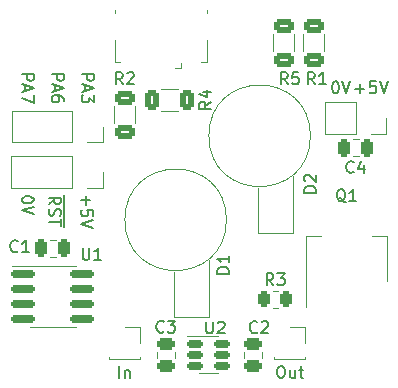
<source format=gto>
%TF.GenerationSoftware,KiCad,Pcbnew,(6.0.2)*%
%TF.CreationDate,2022-12-08T21:29:48-08:00*%
%TF.ProjectId,touch_sensor_light,746f7563-685f-4736-956e-736f725f6c69,rev?*%
%TF.SameCoordinates,Original*%
%TF.FileFunction,Legend,Top*%
%TF.FilePolarity,Positive*%
%FSLAX46Y46*%
G04 Gerber Fmt 4.6, Leading zero omitted, Abs format (unit mm)*
G04 Created by KiCad (PCBNEW (6.0.2)) date 2022-12-08 21:29:48*
%MOMM*%
%LPD*%
G01*
G04 APERTURE LIST*
G04 Aperture macros list*
%AMRoundRect*
0 Rectangle with rounded corners*
0 $1 Rounding radius*
0 $2 $3 $4 $5 $6 $7 $8 $9 X,Y pos of 4 corners*
0 Add a 4 corners polygon primitive as box body*
4,1,4,$2,$3,$4,$5,$6,$7,$8,$9,$2,$3,0*
0 Add four circle primitives for the rounded corners*
1,1,$1+$1,$2,$3*
1,1,$1+$1,$4,$5*
1,1,$1+$1,$6,$7*
1,1,$1+$1,$8,$9*
0 Add four rect primitives between the rounded corners*
20,1,$1+$1,$2,$3,$4,$5,0*
20,1,$1+$1,$4,$5,$6,$7,0*
20,1,$1+$1,$6,$7,$8,$9,0*
20,1,$1+$1,$8,$9,$2,$3,0*%
G04 Aperture macros list end*
%ADD10C,0.150000*%
%ADD11C,0.120000*%
%ADD12RoundRect,0.250000X0.250000X0.475000X-0.250000X0.475000X-0.250000X-0.475000X0.250000X-0.475000X0*%
%ADD13R,1.700000X1.700000*%
%ADD14R,1.500000X2.000000*%
%ADD15R,3.800000X2.000000*%
%ADD16O,1.700000X1.700000*%
%ADD17RoundRect,0.250000X-0.625000X0.312500X-0.625000X-0.312500X0.625000X-0.312500X0.625000X0.312500X0*%
%ADD18C,2.200000*%
%ADD19RoundRect,0.250000X0.312500X0.625000X-0.312500X0.625000X-0.312500X-0.625000X0.312500X-0.625000X0*%
%ADD20RoundRect,0.150000X-0.825000X-0.150000X0.825000X-0.150000X0.825000X0.150000X-0.825000X0.150000X0*%
%ADD21R,0.400000X1.350000*%
%ADD22C,1.450000*%
%ADD23O,1.200000X1.900000*%
%ADD24R,1.200000X1.900000*%
%ADD25R,1.500000X1.900000*%
%ADD26R,2.700000X3.500000*%
%ADD27C,5.700000*%
%ADD28RoundRect,0.250000X-0.250000X-0.475000X0.250000X-0.475000X0.250000X0.475000X-0.250000X0.475000X0*%
%ADD29RoundRect,0.250000X-0.475000X0.250000X-0.475000X-0.250000X0.475000X-0.250000X0.475000X0.250000X0*%
%ADD30RoundRect,0.150000X-0.512500X-0.150000X0.512500X-0.150000X0.512500X0.150000X-0.512500X0.150000X0*%
%ADD31RoundRect,0.250000X-0.262500X-0.450000X0.262500X-0.450000X0.262500X0.450000X-0.262500X0.450000X0*%
%ADD32RoundRect,0.250000X0.475000X-0.250000X0.475000X0.250000X-0.475000X0.250000X-0.475000X-0.250000X0*%
G04 APERTURE END LIST*
D10*
X133381809Y-53554380D02*
X133477047Y-53554380D01*
X133572285Y-53602000D01*
X133619904Y-53649619D01*
X133667523Y-53744857D01*
X133715142Y-53935333D01*
X133715142Y-54173428D01*
X133667523Y-54363904D01*
X133619904Y-54459142D01*
X133572285Y-54506761D01*
X133477047Y-54554380D01*
X133381809Y-54554380D01*
X133286571Y-54506761D01*
X133238952Y-54459142D01*
X133191333Y-54363904D01*
X133143714Y-54173428D01*
X133143714Y-53935333D01*
X133191333Y-53744857D01*
X133238952Y-53649619D01*
X133286571Y-53602000D01*
X133381809Y-53554380D01*
X134000857Y-53554380D02*
X134334190Y-54554380D01*
X134667523Y-53554380D01*
X112256071Y-63230285D02*
X112256071Y-63992190D01*
X111875119Y-63611238D02*
X112637023Y-63611238D01*
X112875119Y-64944571D02*
X112875119Y-64468380D01*
X112398928Y-64420761D01*
X112446547Y-64468380D01*
X112494166Y-64563619D01*
X112494166Y-64801714D01*
X112446547Y-64896952D01*
X112398928Y-64944571D01*
X112303690Y-64992190D01*
X112065595Y-64992190D01*
X111970357Y-64944571D01*
X111922738Y-64896952D01*
X111875119Y-64801714D01*
X111875119Y-64563619D01*
X111922738Y-64468380D01*
X111970357Y-64420761D01*
X112875119Y-65277904D02*
X111875119Y-65611238D01*
X112875119Y-65944571D01*
X110431000Y-63158857D02*
X110431000Y-64158857D01*
X109148619Y-63968380D02*
X109624809Y-63635047D01*
X109148619Y-63396952D02*
X110148619Y-63396952D01*
X110148619Y-63777904D01*
X110101000Y-63873142D01*
X110053380Y-63920761D01*
X109958142Y-63968380D01*
X109815285Y-63968380D01*
X109720047Y-63920761D01*
X109672428Y-63873142D01*
X109624809Y-63777904D01*
X109624809Y-63396952D01*
X110431000Y-64158857D02*
X110431000Y-65111238D01*
X109196238Y-64349333D02*
X109148619Y-64492190D01*
X109148619Y-64730285D01*
X109196238Y-64825523D01*
X109243857Y-64873142D01*
X109339095Y-64920761D01*
X109434333Y-64920761D01*
X109529571Y-64873142D01*
X109577190Y-64825523D01*
X109624809Y-64730285D01*
X109672428Y-64539809D01*
X109720047Y-64444571D01*
X109767666Y-64396952D01*
X109862904Y-64349333D01*
X109958142Y-64349333D01*
X110053380Y-64396952D01*
X110101000Y-64444571D01*
X110148619Y-64539809D01*
X110148619Y-64777904D01*
X110101000Y-64920761D01*
X110431000Y-65111238D02*
X110431000Y-65873142D01*
X110148619Y-65206476D02*
X110148619Y-65777904D01*
X109148619Y-65492190D02*
X110148619Y-65492190D01*
X109402619Y-52935333D02*
X110402619Y-52935333D01*
X110402619Y-53316285D01*
X110355000Y-53411523D01*
X110307380Y-53459142D01*
X110212142Y-53506761D01*
X110069285Y-53506761D01*
X109974047Y-53459142D01*
X109926428Y-53411523D01*
X109878809Y-53316285D01*
X109878809Y-52935333D01*
X109688333Y-53887714D02*
X109688333Y-54363904D01*
X109402619Y-53792476D02*
X110402619Y-54125809D01*
X109402619Y-54459142D01*
X110402619Y-55221047D02*
X110402619Y-55030571D01*
X110355000Y-54935333D01*
X110307380Y-54887714D01*
X110164523Y-54792476D01*
X109974047Y-54744857D01*
X109593095Y-54744857D01*
X109497857Y-54792476D01*
X109450238Y-54840095D01*
X109402619Y-54935333D01*
X109402619Y-55125809D01*
X109450238Y-55221047D01*
X109497857Y-55268666D01*
X109593095Y-55316285D01*
X109831190Y-55316285D01*
X109926428Y-55268666D01*
X109974047Y-55221047D01*
X110021666Y-55125809D01*
X110021666Y-54935333D01*
X109974047Y-54840095D01*
X109926428Y-54792476D01*
X109831190Y-54744857D01*
X135112285Y-54173428D02*
X135874190Y-54173428D01*
X135493238Y-54554380D02*
X135493238Y-53792476D01*
X136826571Y-53554380D02*
X136350380Y-53554380D01*
X136302761Y-54030571D01*
X136350380Y-53982952D01*
X136445619Y-53935333D01*
X136683714Y-53935333D01*
X136778952Y-53982952D01*
X136826571Y-54030571D01*
X136874190Y-54125809D01*
X136874190Y-54363904D01*
X136826571Y-54459142D01*
X136778952Y-54506761D01*
X136683714Y-54554380D01*
X136445619Y-54554380D01*
X136350380Y-54506761D01*
X136302761Y-54459142D01*
X137159904Y-53554380D02*
X137493238Y-54554380D01*
X137826571Y-53554380D01*
X107862619Y-63531809D02*
X107862619Y-63627047D01*
X107815000Y-63722285D01*
X107767380Y-63769904D01*
X107672142Y-63817523D01*
X107481666Y-63865142D01*
X107243571Y-63865142D01*
X107053095Y-63817523D01*
X106957857Y-63769904D01*
X106910238Y-63722285D01*
X106862619Y-63627047D01*
X106862619Y-63531809D01*
X106910238Y-63436571D01*
X106957857Y-63388952D01*
X107053095Y-63341333D01*
X107243571Y-63293714D01*
X107481666Y-63293714D01*
X107672142Y-63341333D01*
X107767380Y-63388952D01*
X107815000Y-63436571D01*
X107862619Y-63531809D01*
X107862619Y-64150857D02*
X106862619Y-64484190D01*
X107862619Y-64817523D01*
X115117619Y-78658980D02*
X115117619Y-77658980D01*
X115593809Y-77992314D02*
X115593809Y-78658980D01*
X115593809Y-78087552D02*
X115641428Y-78039933D01*
X115736666Y-77992314D01*
X115879523Y-77992314D01*
X115974761Y-78039933D01*
X116022380Y-78135171D01*
X116022380Y-78658980D01*
X106862619Y-52935333D02*
X107862619Y-52935333D01*
X107862619Y-53316285D01*
X107815000Y-53411523D01*
X107767380Y-53459142D01*
X107672142Y-53506761D01*
X107529285Y-53506761D01*
X107434047Y-53459142D01*
X107386428Y-53411523D01*
X107338809Y-53316285D01*
X107338809Y-52935333D01*
X107148333Y-53887714D02*
X107148333Y-54363904D01*
X106862619Y-53792476D02*
X107862619Y-54125809D01*
X106862619Y-54459142D01*
X107862619Y-54697238D02*
X107862619Y-55363904D01*
X106862619Y-54935333D01*
X128706666Y-77658980D02*
X128897142Y-77658980D01*
X128992380Y-77706600D01*
X129087619Y-77801838D01*
X129135238Y-77992314D01*
X129135238Y-78325647D01*
X129087619Y-78516123D01*
X128992380Y-78611361D01*
X128897142Y-78658980D01*
X128706666Y-78658980D01*
X128611428Y-78611361D01*
X128516190Y-78516123D01*
X128468571Y-78325647D01*
X128468571Y-77992314D01*
X128516190Y-77801838D01*
X128611428Y-77706600D01*
X128706666Y-77658980D01*
X129992380Y-77992314D02*
X129992380Y-78658980D01*
X129563809Y-77992314D02*
X129563809Y-78516123D01*
X129611428Y-78611361D01*
X129706666Y-78658980D01*
X129849523Y-78658980D01*
X129944761Y-78611361D01*
X129992380Y-78563742D01*
X130325714Y-77992314D02*
X130706666Y-77992314D01*
X130468571Y-77658980D02*
X130468571Y-78516123D01*
X130516190Y-78611361D01*
X130611428Y-78658980D01*
X130706666Y-78658980D01*
X111942619Y-52935333D02*
X112942619Y-52935333D01*
X112942619Y-53316285D01*
X112895000Y-53411523D01*
X112847380Y-53459142D01*
X112752142Y-53506761D01*
X112609285Y-53506761D01*
X112514047Y-53459142D01*
X112466428Y-53411523D01*
X112418809Y-53316285D01*
X112418809Y-52935333D01*
X112228333Y-53887714D02*
X112228333Y-54363904D01*
X111942619Y-53792476D02*
X112942619Y-54125809D01*
X111942619Y-54459142D01*
X112942619Y-54697238D02*
X112942619Y-55316285D01*
X112561666Y-54982952D01*
X112561666Y-55125809D01*
X112514047Y-55221047D01*
X112466428Y-55268666D01*
X112371190Y-55316285D01*
X112133095Y-55316285D01*
X112037857Y-55268666D01*
X111990238Y-55221047D01*
X111942619Y-55125809D01*
X111942619Y-54840095D01*
X111990238Y-54744857D01*
X112037857Y-54697238D01*
%TO.C,C4*%
X134961333Y-61219142D02*
X134913714Y-61266761D01*
X134770857Y-61314380D01*
X134675619Y-61314380D01*
X134532761Y-61266761D01*
X134437523Y-61171523D01*
X134389904Y-61076285D01*
X134342285Y-60885809D01*
X134342285Y-60742952D01*
X134389904Y-60552476D01*
X134437523Y-60457238D01*
X134532761Y-60362000D01*
X134675619Y-60314380D01*
X134770857Y-60314380D01*
X134913714Y-60362000D01*
X134961333Y-60409619D01*
X135818476Y-60647714D02*
X135818476Y-61314380D01*
X135580380Y-60266761D02*
X135342285Y-60981047D01*
X135961333Y-60981047D01*
%TO.C,Q1*%
X134270761Y-63793619D02*
X134175523Y-63746000D01*
X134080285Y-63650761D01*
X133937428Y-63507904D01*
X133842190Y-63460285D01*
X133746952Y-63460285D01*
X133794571Y-63698380D02*
X133699333Y-63650761D01*
X133604095Y-63555523D01*
X133556476Y-63365047D01*
X133556476Y-63031714D01*
X133604095Y-62841238D01*
X133699333Y-62746000D01*
X133794571Y-62698380D01*
X133985047Y-62698380D01*
X134080285Y-62746000D01*
X134175523Y-62841238D01*
X134223142Y-63031714D01*
X134223142Y-63365047D01*
X134175523Y-63555523D01*
X134080285Y-63650761D01*
X133985047Y-63698380D01*
X133794571Y-63698380D01*
X135175523Y-63698380D02*
X134604095Y-63698380D01*
X134889809Y-63698380D02*
X134889809Y-62698380D01*
X134794571Y-62841238D01*
X134699333Y-62936476D01*
X134604095Y-62984095D01*
%TO.C,R1*%
X131659333Y-53792380D02*
X131326000Y-53316190D01*
X131087904Y-53792380D02*
X131087904Y-52792380D01*
X131468857Y-52792380D01*
X131564095Y-52840000D01*
X131611714Y-52887619D01*
X131659333Y-52982857D01*
X131659333Y-53125714D01*
X131611714Y-53220952D01*
X131564095Y-53268571D01*
X131468857Y-53316190D01*
X131087904Y-53316190D01*
X132611714Y-53792380D02*
X132040285Y-53792380D01*
X132326000Y-53792380D02*
X132326000Y-52792380D01*
X132230761Y-52935238D01*
X132135523Y-53030476D01*
X132040285Y-53078095D01*
%TO.C,R4*%
X122880380Y-55284666D02*
X122404190Y-55618000D01*
X122880380Y-55856095D02*
X121880380Y-55856095D01*
X121880380Y-55475142D01*
X121928000Y-55379904D01*
X121975619Y-55332285D01*
X122070857Y-55284666D01*
X122213714Y-55284666D01*
X122308952Y-55332285D01*
X122356571Y-55379904D01*
X122404190Y-55475142D01*
X122404190Y-55856095D01*
X122213714Y-54427523D02*
X122880380Y-54427523D01*
X121832761Y-54665619D02*
X122547047Y-54903714D01*
X122547047Y-54284666D01*
%TO.C,U1*%
X112014095Y-67651380D02*
X112014095Y-68460904D01*
X112061714Y-68556142D01*
X112109333Y-68603761D01*
X112204571Y-68651380D01*
X112395047Y-68651380D01*
X112490285Y-68603761D01*
X112537904Y-68556142D01*
X112585523Y-68460904D01*
X112585523Y-67651380D01*
X113585523Y-68651380D02*
X113014095Y-68651380D01*
X113299809Y-68651380D02*
X113299809Y-67651380D01*
X113204571Y-67794238D01*
X113109333Y-67889476D01*
X113014095Y-67937095D01*
%TO.C,D1*%
X124404380Y-69826095D02*
X123404380Y-69826095D01*
X123404380Y-69588000D01*
X123452000Y-69445142D01*
X123547238Y-69349904D01*
X123642476Y-69302285D01*
X123832952Y-69254666D01*
X123975809Y-69254666D01*
X124166285Y-69302285D01*
X124261523Y-69349904D01*
X124356761Y-69445142D01*
X124404380Y-69588000D01*
X124404380Y-69826095D01*
X124404380Y-68302285D02*
X124404380Y-68873714D01*
X124404380Y-68588000D02*
X123404380Y-68588000D01*
X123547238Y-68683238D01*
X123642476Y-68778476D01*
X123690095Y-68873714D01*
%TO.C,C1*%
X106513333Y-67921142D02*
X106465714Y-67968761D01*
X106322857Y-68016380D01*
X106227619Y-68016380D01*
X106084761Y-67968761D01*
X105989523Y-67873523D01*
X105941904Y-67778285D01*
X105894285Y-67587809D01*
X105894285Y-67444952D01*
X105941904Y-67254476D01*
X105989523Y-67159238D01*
X106084761Y-67064000D01*
X106227619Y-67016380D01*
X106322857Y-67016380D01*
X106465714Y-67064000D01*
X106513333Y-67111619D01*
X107465714Y-68016380D02*
X106894285Y-68016380D01*
X107180000Y-68016380D02*
X107180000Y-67016380D01*
X107084761Y-67159238D01*
X106989523Y-67254476D01*
X106894285Y-67302095D01*
%TO.C,C3*%
X118883133Y-74728342D02*
X118835514Y-74775961D01*
X118692657Y-74823580D01*
X118597419Y-74823580D01*
X118454561Y-74775961D01*
X118359323Y-74680723D01*
X118311704Y-74585485D01*
X118264085Y-74395009D01*
X118264085Y-74252152D01*
X118311704Y-74061676D01*
X118359323Y-73966438D01*
X118454561Y-73871200D01*
X118597419Y-73823580D01*
X118692657Y-73823580D01*
X118835514Y-73871200D01*
X118883133Y-73918819D01*
X119216466Y-73823580D02*
X119835514Y-73823580D01*
X119502180Y-74204533D01*
X119645038Y-74204533D01*
X119740276Y-74252152D01*
X119787895Y-74299771D01*
X119835514Y-74395009D01*
X119835514Y-74633104D01*
X119787895Y-74728342D01*
X119740276Y-74775961D01*
X119645038Y-74823580D01*
X119359323Y-74823580D01*
X119264085Y-74775961D01*
X119216466Y-74728342D01*
%TO.C,R2*%
X115403333Y-53792380D02*
X115070000Y-53316190D01*
X114831904Y-53792380D02*
X114831904Y-52792380D01*
X115212857Y-52792380D01*
X115308095Y-52840000D01*
X115355714Y-52887619D01*
X115403333Y-52982857D01*
X115403333Y-53125714D01*
X115355714Y-53220952D01*
X115308095Y-53268571D01*
X115212857Y-53316190D01*
X114831904Y-53316190D01*
X115784285Y-52887619D02*
X115831904Y-52840000D01*
X115927142Y-52792380D01*
X116165238Y-52792380D01*
X116260476Y-52840000D01*
X116308095Y-52887619D01*
X116355714Y-52982857D01*
X116355714Y-53078095D01*
X116308095Y-53220952D01*
X115736666Y-53792380D01*
X116355714Y-53792380D01*
%TO.C,D2*%
X131770380Y-62968095D02*
X130770380Y-62968095D01*
X130770380Y-62730000D01*
X130818000Y-62587142D01*
X130913238Y-62491904D01*
X131008476Y-62444285D01*
X131198952Y-62396666D01*
X131341809Y-62396666D01*
X131532285Y-62444285D01*
X131627523Y-62491904D01*
X131722761Y-62587142D01*
X131770380Y-62730000D01*
X131770380Y-62968095D01*
X130865619Y-62015714D02*
X130818000Y-61968095D01*
X130770380Y-61872857D01*
X130770380Y-61634761D01*
X130818000Y-61539523D01*
X130865619Y-61491904D01*
X130960857Y-61444285D01*
X131056095Y-61444285D01*
X131198952Y-61491904D01*
X131770380Y-62063333D01*
X131770380Y-61444285D01*
%TO.C,U2*%
X122453495Y-73899780D02*
X122453495Y-74709304D01*
X122501114Y-74804542D01*
X122548733Y-74852161D01*
X122643971Y-74899780D01*
X122834447Y-74899780D01*
X122929685Y-74852161D01*
X122977304Y-74804542D01*
X123024923Y-74709304D01*
X123024923Y-73899780D01*
X123453495Y-73995019D02*
X123501114Y-73947400D01*
X123596352Y-73899780D01*
X123834447Y-73899780D01*
X123929685Y-73947400D01*
X123977304Y-73995019D01*
X124024923Y-74090257D01*
X124024923Y-74185495D01*
X123977304Y-74328352D01*
X123405876Y-74899780D01*
X124024923Y-74899780D01*
%TO.C,R3*%
X128154133Y-70811380D02*
X127820800Y-70335190D01*
X127582704Y-70811380D02*
X127582704Y-69811380D01*
X127963657Y-69811380D01*
X128058895Y-69859000D01*
X128106514Y-69906619D01*
X128154133Y-70001857D01*
X128154133Y-70144714D01*
X128106514Y-70239952D01*
X128058895Y-70287571D01*
X127963657Y-70335190D01*
X127582704Y-70335190D01*
X128487466Y-69811380D02*
X129106514Y-69811380D01*
X128773180Y-70192333D01*
X128916038Y-70192333D01*
X129011276Y-70239952D01*
X129058895Y-70287571D01*
X129106514Y-70382809D01*
X129106514Y-70620904D01*
X129058895Y-70716142D01*
X129011276Y-70763761D01*
X128916038Y-70811380D01*
X128630323Y-70811380D01*
X128535085Y-70763761D01*
X128487466Y-70716142D01*
%TO.C,R5*%
X129373333Y-53792380D02*
X129040000Y-53316190D01*
X128801904Y-53792380D02*
X128801904Y-52792380D01*
X129182857Y-52792380D01*
X129278095Y-52840000D01*
X129325714Y-52887619D01*
X129373333Y-52982857D01*
X129373333Y-53125714D01*
X129325714Y-53220952D01*
X129278095Y-53268571D01*
X129182857Y-53316190D01*
X128801904Y-53316190D01*
X130278095Y-52792380D02*
X129801904Y-52792380D01*
X129754285Y-53268571D01*
X129801904Y-53220952D01*
X129897142Y-53173333D01*
X130135238Y-53173333D01*
X130230476Y-53220952D01*
X130278095Y-53268571D01*
X130325714Y-53363809D01*
X130325714Y-53601904D01*
X130278095Y-53697142D01*
X130230476Y-53744761D01*
X130135238Y-53792380D01*
X129897142Y-53792380D01*
X129801904Y-53744761D01*
X129754285Y-53697142D01*
%TO.C,C2*%
X126782533Y-74779142D02*
X126734914Y-74826761D01*
X126592057Y-74874380D01*
X126496819Y-74874380D01*
X126353961Y-74826761D01*
X126258723Y-74731523D01*
X126211104Y-74636285D01*
X126163485Y-74445809D01*
X126163485Y-74302952D01*
X126211104Y-74112476D01*
X126258723Y-74017238D01*
X126353961Y-73922000D01*
X126496819Y-73874380D01*
X126592057Y-73874380D01*
X126734914Y-73922000D01*
X126782533Y-73969619D01*
X127163485Y-73969619D02*
X127211104Y-73922000D01*
X127306342Y-73874380D01*
X127544438Y-73874380D01*
X127639676Y-73922000D01*
X127687295Y-73969619D01*
X127734914Y-74064857D01*
X127734914Y-74160095D01*
X127687295Y-74302952D01*
X127115866Y-74874380D01*
X127734914Y-74874380D01*
D11*
%TO.C,C4*%
X135389252Y-58447000D02*
X134866748Y-58447000D01*
X135389252Y-59917000D02*
X134866748Y-59917000D01*
%TO.C,J6*%
X128210000Y-77022000D02*
X130870000Y-77022000D01*
X130870000Y-76902000D02*
X130870000Y-77022000D01*
X128210000Y-76902000D02*
X128210000Y-77022000D01*
X130870000Y-74362000D02*
X130870000Y-75692000D01*
X129540000Y-74362000D02*
X130870000Y-74362000D01*
%TO.C,Q1*%
X137776000Y-66670000D02*
X136516000Y-66670000D01*
X130956000Y-66670000D02*
X132216000Y-66670000D01*
X130956000Y-72680000D02*
X130956000Y-66670000D01*
X137776000Y-70430000D02*
X137776000Y-66670000D01*
%TO.C,J1*%
X137728000Y-57972000D02*
X136398000Y-57972000D01*
X135128000Y-55312000D02*
X135128000Y-57972000D01*
X137728000Y-56642000D02*
X137728000Y-57972000D01*
X132528000Y-55312000D02*
X132528000Y-57972000D01*
X135128000Y-55312000D02*
X132528000Y-55312000D01*
X135128000Y-57972000D02*
X132528000Y-57972000D01*
%TO.C,R1*%
X130662000Y-49564936D02*
X130662000Y-51019064D01*
X132482000Y-49564936D02*
X132482000Y-51019064D01*
%TO.C,R4*%
X120107064Y-56028000D02*
X118652936Y-56028000D01*
X120107064Y-54208000D02*
X118652936Y-54208000D01*
%TO.C,U1*%
X109474000Y-74315000D02*
X111424000Y-74315000D01*
X109474000Y-69195000D02*
X111424000Y-69195000D01*
X109474000Y-69195000D02*
X106024000Y-69195000D01*
X109474000Y-74315000D02*
X107524000Y-74315000D01*
%TO.C,J5*%
X114718000Y-47482500D02*
X114718000Y-47732500D01*
X114718000Y-51882500D02*
X115168000Y-51882500D01*
X114718000Y-50032500D02*
X114718000Y-51882500D01*
X120318000Y-52432500D02*
X119868000Y-52432500D01*
X122518000Y-47482500D02*
X122518000Y-47732500D01*
X122518000Y-51882500D02*
X122068000Y-51882500D01*
X120318000Y-52432500D02*
X120318000Y-51982500D01*
X122518000Y-50032500D02*
X122518000Y-51882500D01*
%TO.C,J4*%
X114240000Y-77022000D02*
X116900000Y-77022000D01*
X116900000Y-74362000D02*
X116900000Y-75692000D01*
X115570000Y-74362000D02*
X116900000Y-74362000D01*
X116900000Y-76902000D02*
X116900000Y-77022000D01*
X114240000Y-76902000D02*
X114240000Y-77022000D01*
%TO.C,D1*%
X119761000Y-73533000D02*
X122682000Y-73533000D01*
X122682000Y-73533000D02*
X122682000Y-68707000D01*
X119761000Y-69723000D02*
X119761000Y-73533000D01*
X124188000Y-65278000D02*
G75*
G03*
X124188000Y-65278000I-4300000J0D01*
G01*
%TO.C,C1*%
X109212748Y-66956000D02*
X109735252Y-66956000D01*
X109212748Y-68426000D02*
X109735252Y-68426000D01*
%TO.C,J2*%
X113725000Y-61214000D02*
X113725000Y-62544000D01*
X111125000Y-59884000D02*
X111125000Y-62544000D01*
X113725000Y-62544000D02*
X112395000Y-62544000D01*
X105985000Y-59884000D02*
X105985000Y-62544000D01*
X111125000Y-62544000D02*
X105985000Y-62544000D01*
X111125000Y-59884000D02*
X105985000Y-59884000D01*
%TO.C,C3*%
X118340200Y-76446748D02*
X118340200Y-76969252D01*
X119810200Y-76446748D02*
X119810200Y-76969252D01*
%TO.C,J3*%
X113740000Y-57379000D02*
X113740000Y-58709000D01*
X111140000Y-58709000D02*
X106000000Y-58709000D01*
X106000000Y-56049000D02*
X106000000Y-58709000D01*
X111140000Y-56049000D02*
X106000000Y-56049000D01*
X113740000Y-58709000D02*
X112410000Y-58709000D01*
X111140000Y-56049000D02*
X111140000Y-58709000D01*
%TO.C,R2*%
X116480000Y-55660936D02*
X116480000Y-57115064D01*
X114660000Y-55660936D02*
X114660000Y-57115064D01*
%TO.C,D2*%
X126873000Y-66421000D02*
X129794000Y-66421000D01*
X129794000Y-66421000D02*
X129794000Y-61595000D01*
X126873000Y-62611000D02*
X126873000Y-66421000D01*
X131300000Y-58166000D02*
G75*
G03*
X131300000Y-58166000I-4300000J0D01*
G01*
%TO.C,U2*%
X122682000Y-78268000D02*
X121882000Y-78268000D01*
X122682000Y-75148000D02*
X123482000Y-75148000D01*
X122682000Y-78268000D02*
X123482000Y-78268000D01*
X122682000Y-75148000D02*
X120882000Y-75148000D01*
%TO.C,R3*%
X128093736Y-71274000D02*
X128547864Y-71274000D01*
X128093736Y-72744000D02*
X128547864Y-72744000D01*
%TO.C,R5*%
X129942000Y-49564936D02*
X129942000Y-51019064D01*
X128122000Y-49564936D02*
X128122000Y-51019064D01*
%TO.C,C2*%
X125706200Y-76969252D02*
X125706200Y-76446748D01*
X127176200Y-76969252D02*
X127176200Y-76446748D01*
%TD*%
%LPC*%
D12*
%TO.C,C4*%
X136078000Y-59182000D03*
X134178000Y-59182000D03*
%TD*%
D13*
%TO.C,J6*%
X129540000Y-75692000D03*
%TD*%
D14*
%TO.C,Q1*%
X132066000Y-71730000D03*
X134366000Y-71730000D03*
D15*
X134366000Y-65430000D03*
D14*
X136666000Y-71730000D03*
%TD*%
D13*
%TO.C,J1*%
X136398000Y-56642000D03*
D16*
X133858000Y-56642000D03*
%TD*%
D17*
%TO.C,R1*%
X131572000Y-48829500D03*
X131572000Y-51754500D03*
%TD*%
D18*
%TO.C,H1*%
X108686600Y-76911200D03*
%TD*%
%TO.C,H2*%
X108686600Y-50495200D03*
%TD*%
%TO.C,H3*%
X135636000Y-76962000D03*
%TD*%
D19*
%TO.C,R4*%
X120842500Y-55118000D03*
X117917500Y-55118000D03*
%TD*%
D20*
%TO.C,U1*%
X106999000Y-69850000D03*
X106999000Y-71120000D03*
X106999000Y-72390000D03*
X106999000Y-73660000D03*
X111949000Y-73660000D03*
X111949000Y-72390000D03*
X111949000Y-71120000D03*
X111949000Y-69850000D03*
%TD*%
D21*
%TO.C,J5*%
X119918000Y-51582500D03*
X119268000Y-51582500D03*
X118618000Y-51582500D03*
X117968000Y-51582500D03*
X117318000Y-51582500D03*
D22*
X121118000Y-51582500D03*
D23*
X122118000Y-48882500D03*
D24*
X121518000Y-48882500D03*
D22*
X116118000Y-51582500D03*
D25*
X119618000Y-48882500D03*
D24*
X115718000Y-48882500D03*
D23*
X115118000Y-48882500D03*
D25*
X117618000Y-48882500D03*
%TD*%
D13*
%TO.C,J4*%
X115570000Y-75692000D03*
%TD*%
D26*
%TO.C,D1*%
X121238000Y-71628000D03*
X118538000Y-58928000D03*
D27*
X119888000Y-65278000D03*
%TD*%
D28*
%TO.C,C1*%
X108524000Y-67691000D03*
X110424000Y-67691000D03*
%TD*%
D13*
%TO.C,J2*%
X112395000Y-61214000D03*
D16*
X109855000Y-61214000D03*
X107315000Y-61214000D03*
%TD*%
D29*
%TO.C,C3*%
X119075200Y-75758000D03*
X119075200Y-77658000D03*
%TD*%
D13*
%TO.C,J3*%
X112410000Y-57379000D03*
D16*
X109870000Y-57379000D03*
X107330000Y-57379000D03*
%TD*%
D17*
%TO.C,R2*%
X115570000Y-54925500D03*
X115570000Y-57850500D03*
%TD*%
D26*
%TO.C,D2*%
X128350000Y-64516000D03*
X125650000Y-51816000D03*
D27*
X127000000Y-58166000D03*
%TD*%
D30*
%TO.C,U2*%
X121544500Y-75758000D03*
X121544500Y-76708000D03*
X121544500Y-77658000D03*
X123819500Y-77658000D03*
X123819500Y-76708000D03*
X123819500Y-75758000D03*
%TD*%
D31*
%TO.C,R3*%
X127408300Y-72009000D03*
X129233300Y-72009000D03*
%TD*%
D17*
%TO.C,R5*%
X129032000Y-48829500D03*
X129032000Y-51754500D03*
%TD*%
D18*
%TO.C,H4*%
X135636000Y-50546000D03*
%TD*%
D32*
%TO.C,C2*%
X126441200Y-77658000D03*
X126441200Y-75758000D03*
%TD*%
M02*

</source>
